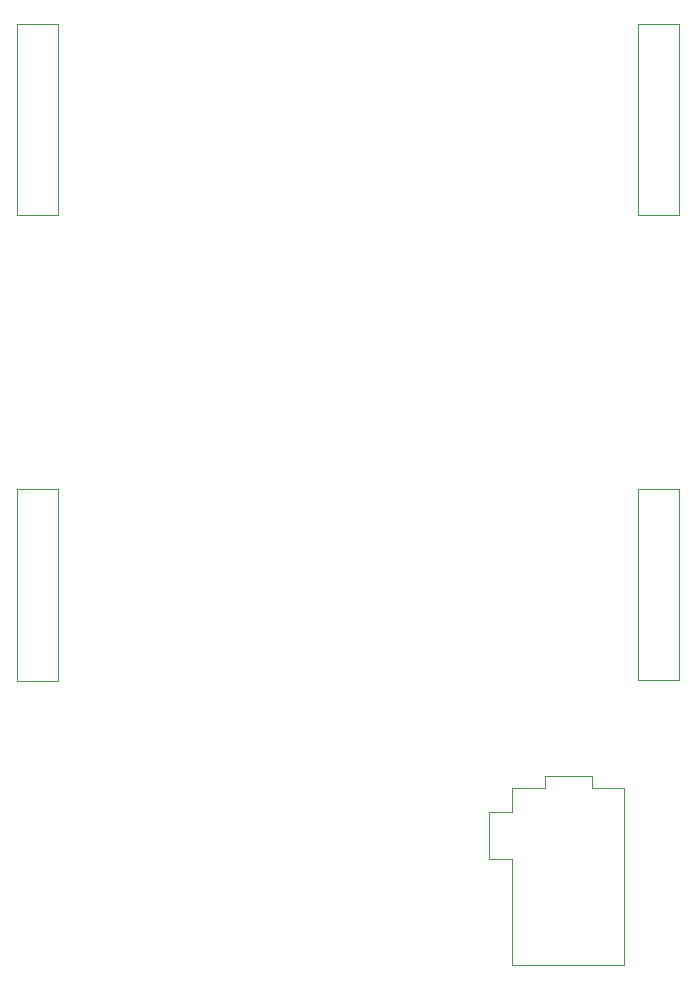
<source format=gbr>
G04 #@! TF.FileFunction,Other,User*
%FSLAX46Y46*%
G04 Gerber Fmt 4.6, Leading zero omitted, Abs format (unit mm)*
G04 Created by KiCad (PCBNEW 4.0.4-stable) date 12/14/17 11:03:47*
%MOMM*%
%LPD*%
G01*
G04 APERTURE LIST*
%ADD10C,0.250000*%
%ADD11C,0.050000*%
G04 APERTURE END LIST*
D10*
D11*
X167060000Y-151400000D02*
X167310000Y-151400000D01*
X167310000Y-151400000D02*
X167310000Y-166400000D01*
X167060000Y-151400000D02*
X164560000Y-151400000D01*
X164560000Y-151400000D02*
X164560000Y-150400000D01*
X164560000Y-150400000D02*
X160560000Y-150400000D01*
X160560000Y-150400000D02*
X160560000Y-151400000D01*
X160560000Y-151400000D02*
X157810000Y-151400000D01*
X157810000Y-151400000D02*
X157810000Y-153400000D01*
X157810000Y-153400000D02*
X155810000Y-153400000D01*
X155810000Y-153400000D02*
X155810000Y-157400000D01*
X155810000Y-157400000D02*
X157810000Y-157400000D01*
X157810000Y-157400000D02*
X157810000Y-166400000D01*
X157810000Y-166400000D02*
X167310000Y-166400000D01*
X119375000Y-102925000D02*
X115875000Y-102925000D01*
X119375000Y-86725000D02*
X115875000Y-86725000D01*
X119375000Y-102925000D02*
X119375000Y-86725000D01*
X115875000Y-102925000D02*
X115875000Y-86725000D01*
X119375000Y-142300000D02*
X115875000Y-142300000D01*
X119375000Y-126100000D02*
X115875000Y-126100000D01*
X119375000Y-142300000D02*
X119375000Y-126100000D01*
X115875000Y-142300000D02*
X115875000Y-126100000D01*
X171950000Y-102925000D02*
X168450000Y-102925000D01*
X171950000Y-86725000D02*
X168450000Y-86725000D01*
X171950000Y-102925000D02*
X171950000Y-86725000D01*
X168450000Y-102925000D02*
X168450000Y-86725000D01*
X171950000Y-142275000D02*
X168450000Y-142275000D01*
X171950000Y-126075000D02*
X168450000Y-126075000D01*
X171950000Y-142275000D02*
X171950000Y-126075000D01*
X168450000Y-142275000D02*
X168450000Y-126075000D01*
M02*

</source>
